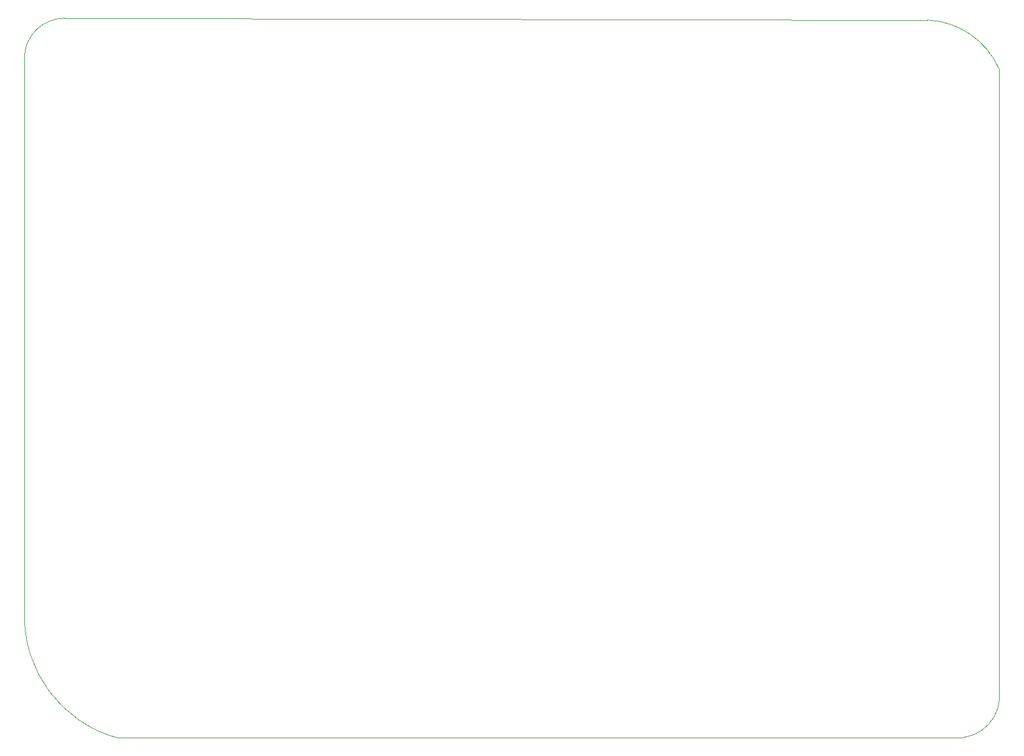
<source format=gbr>
%TF.GenerationSoftware,KiCad,Pcbnew,(6.0.1)*%
%TF.CreationDate,2022-11-29T11:39:49-05:00*%
%TF.ProjectId,rear-control-board,72656172-2d63-46f6-9e74-726f6c2d626f,rev?*%
%TF.SameCoordinates,Original*%
%TF.FileFunction,Profile,NP*%
%FSLAX46Y46*%
G04 Gerber Fmt 4.6, Leading zero omitted, Abs format (unit mm)*
G04 Created by KiCad (PCBNEW (6.0.1)) date 2022-11-29 11:39:49*
%MOMM*%
%LPD*%
G01*
G04 APERTURE LIST*
%TA.AperFunction,Profile*%
%ADD10C,0.050000*%
%TD*%
G04 APERTURE END LIST*
D10*
X197500000Y-83500000D02*
X197500000Y-68750000D01*
X71750000Y-61500000D02*
X64250000Y-61500000D01*
X197500000Y-68750000D02*
G75*
G03*
X187250000Y-61750000I-10735495J-4715368D01*
G01*
X71750000Y-164250000D02*
X191000000Y-164250000D01*
X187250000Y-61750000D02*
X71750000Y-61500000D01*
X58500001Y-146250000D02*
G75*
G03*
X71750000Y-164250000I17932749J-676240D01*
G01*
X58500000Y-66750000D02*
X58500000Y-146250000D01*
X197500000Y-157250000D02*
X197500000Y-83500000D01*
X191000000Y-164250000D02*
G75*
G03*
X197500000Y-157250001I559609J5998220D01*
G01*
X64250000Y-61500000D02*
G75*
G03*
X58500000Y-66750000I-78019J-5688360D01*
G01*
M02*

</source>
